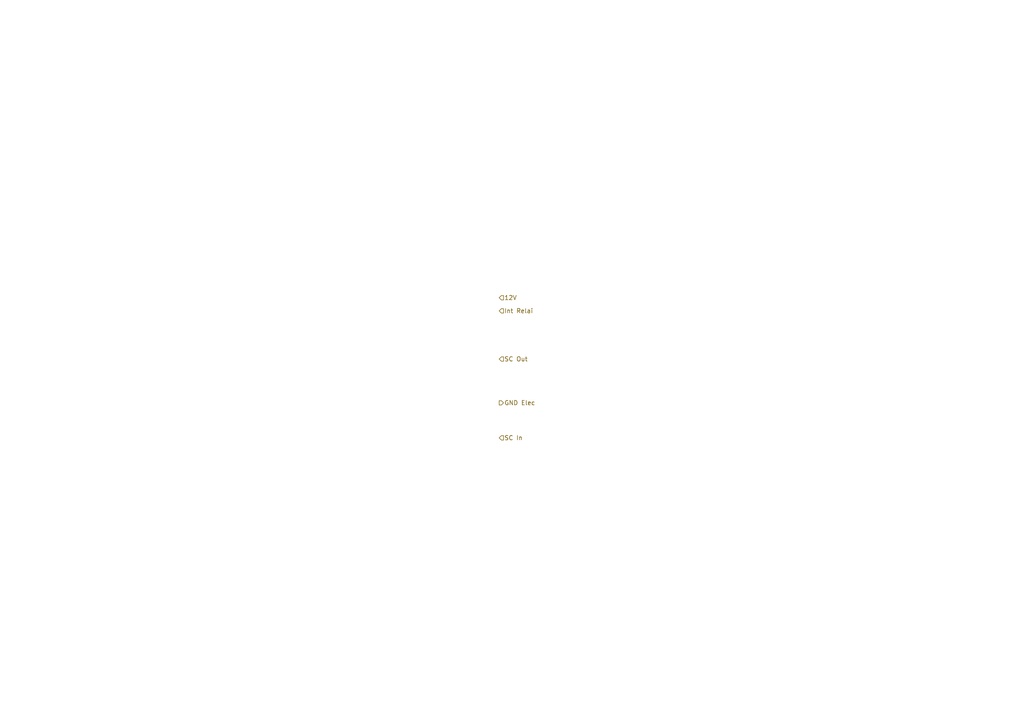
<source format=kicad_sch>
(kicad_sch
	(version 20231120)
	(generator "eeschema")
	(generator_version "8.0")
	(uuid "52057539-d811-4e17-b387-a741efb26ad5")
	(paper "A4")
	(lib_symbols)
	(hierarchical_label "SC Out"
		(shape input)
		(at 144.78 104.14 0)
		(fields_autoplaced yes)
		(effects
			(font
				(size 1.27 1.27)
			)
			(justify left)
		)
		(uuid "0fab409c-daa3-4e31-895c-827028fc65f4")
	)
	(hierarchical_label "SC In"
		(shape input)
		(at 144.78 127 0)
		(fields_autoplaced yes)
		(effects
			(font
				(size 1.27 1.27)
			)
			(justify left)
		)
		(uuid "6d0a61a8-1137-4352-9d60-bc743f5d166e")
	)
	(hierarchical_label "GND Elec"
		(shape output)
		(at 144.78 116.84 0)
		(fields_autoplaced yes)
		(effects
			(font
				(size 1.27 1.27)
			)
			(justify left)
		)
		(uuid "a222f6e5-be21-47bc-911e-7e2bfda900e3")
	)
	(hierarchical_label "Int Relai"
		(shape input)
		(at 144.78 90.17 0)
		(fields_autoplaced yes)
		(effects
			(font
				(size 1.27 1.27)
			)
			(justify left)
		)
		(uuid "b470231b-ecaa-46be-9413-c9f153291b05")
	)
	(hierarchical_label "12V"
		(shape input)
		(at 144.78 86.36 0)
		(fields_autoplaced yes)
		(effects
			(font
				(size 1.27 1.27)
			)
			(justify left)
		)
		(uuid "b5a42c6f-43c7-45af-97a7-f2aab274058a")
	)
)

</source>
